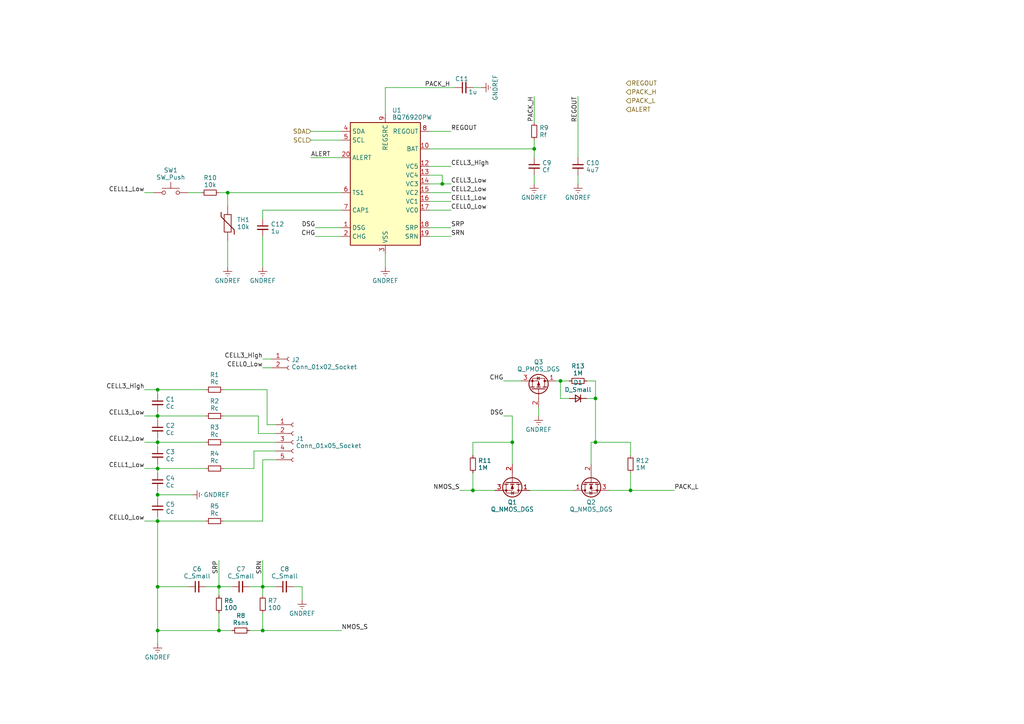
<source format=kicad_sch>
(kicad_sch (version 20230121) (generator eeschema)
  (paper "A4")
  (lib_symbols
    (symbol "Battery_Management:BQ76920PW"
      (property "Reference" "U" (at -10.16 19.05 0))
      (property "Value" "BQ76920PW" (at 12.7 19.05 0))
      (symbol "BQ76920PW_0_1"
        (rectangle (start -10.16 17.78) (end 10.16 -17.78) (stroke (width 0.254)) (fill (type background)))
      )
      (symbol "BQ76920PW_1_0"
        (pin input line (at 12.7 10.16 180) (length 2.54) (name "BAT") (number "10"))
        (pin no_connect line (at -2.54 -17.78 90) (length 2.54) hide (name "NC") (number "11"))
        (pin input line (at 12.7 5.08 180) (length 2.54) (name "VC5") (number "12"))
        (pin input line (at 12.7 2.54 180) (length 2.54) (name "VC4") (number "13"))
        (pin input line (at 12.7 0 180) (length 2.54) (name "VC3") (number "14"))
        (pin input line (at 12.7 -2.54 180) (length 2.54) (name "VC2") (number "15"))
        (pin input line (at 12.7 -5.08 180) (length 2.54) (name "VC1") (number "16"))
        (pin input line (at 12.7 -7.62 180) (length 2.54) (name "VC0") (number "17"))
        (pin input line (at 12.7 -12.7 180) (length 2.54) (name "SRP") (number "18"))
        (pin input line (at 12.7 -15.24 180) (length 2.54) (name "SRN") (number "19"))
        (pin bidirectional line (at -12.7 7.62 0) (length 2.54) (name "ALERT") (number "20"))
        (pin passive line (at -12.7 -2.54 0) (length 2.54) (name "TS1") (number "6"))
        (pin passive line (at -12.7 -7.62 0) (length 2.54) (name "CAP1") (number "7"))
        (pin power_out line (at 12.7 15.24 180) (length 2.54) (name "REGOUT") (number "8"))
        (pin power_in line (at 0 20.32 270) (length 2.54) (name "REGSRC") (number "9"))
      )
      (symbol "BQ76920PW_1_1"
        (pin output line (at -12.7 -12.7 0) (length 2.54) (name "DSG") (number "1"))
        (pin output line (at -12.7 -15.24 0) (length 2.54) (name "CHG") (number "2"))
        (pin power_in line (at 0 -20.32 90) (length 2.54) (name "VSS") (number "3"))
        (pin bidirectional line (at -12.7 15.24 0) (length 2.54) (name "SDA") (number "4"))
        (pin input line (at -12.7 12.7 0) (length 2.54) (name "SCL") (number "5"))
      )
    )
    (symbol "Connector:Conn_01x02_Socket" (pin_names (offset 1.016) hide)
      (property "Reference" "J" (at 0 2.54 0))
      (property "Value" "Conn_01x02_Socket" (at 0 -5.08 0))
      (symbol "Conn_01x02_Socket_1_1"
        (arc (start 0 -2.032) (mid -0.5058 -2.54) (end 0 -3.048) (stroke (width 0.1524)))
        (polyline (pts (xy -1.27 -2.54) (xy -0.508 -2.54)) (stroke (width 0.1524)))
        (polyline (pts (xy -1.27 0) (xy -0.508 0)) (stroke (width 0.1524)))
        (arc (start 0 0.508) (mid -0.5058 0) (end 0 -0.508) (stroke (width 0.1524)))
        (pin passive line (at -5.08 0 0) (length 3.81) (name "Pin_1") (number "1"))
        (pin passive line (at -5.08 -2.54 0) (length 3.81) (name "Pin_2") (number "2"))
      )
    )
    (symbol "Connector:Conn_01x05_Socket" (pin_names (offset 1.016) hide)
      (property "Reference" "J" (at 0 7.62 0))
      (property "Value" "Conn_01x05_Socket" (at 0 -7.62 0))
      (symbol "Conn_01x05_Socket_1_1"
        (arc (start 0 -4.572) (mid -0.5058 -5.08) (end 0 -5.588) (stroke (width 0.1524)))
        (arc (start 0 -2.032) (mid -0.5058 -2.54) (end 0 -3.048) (stroke (width 0.1524)))
        (polyline (pts (xy -1.27 -5.08) (xy -0.508 -5.08)) (stroke (width 0.1524)))
        (polyline (pts (xy -1.27 -2.54) (xy -0.508 -2.54)) (stroke (width 0.1524)))
        (polyline (pts (xy -1.27 0) (xy -0.508 0)) (stroke (width 0.1524)))
        (polyline (pts (xy -1.27 2.54) (xy -0.508 2.54)) (stroke (width 0.1524)))
        (polyline (pts (xy -1.27 5.08) (xy -0.508 5.08)) (stroke (width 0.1524)))
        (arc (start 0 0.508) (mid -0.5058 0) (end 0 -0.508) (stroke (width 0.1524)))
        (arc (start 0 3.048) (mid -0.5058 2.54) (end 0 2.032) (stroke (width 0.1524)))
        (arc (start 0 5.588) (mid -0.5058 5.08) (end 0 4.572) (stroke (width 0.1524)))
        (pin passive line (at -5.08 5.08 0) (length 3.81) (name "Pin_1") (number "1"))
        (pin passive line (at -5.08 2.54 0) (length 3.81) (name "Pin_2") (number "2"))
        (pin passive line (at -5.08 0 0) (length 3.81) (name "Pin_3") (number "3"))
        (pin passive line (at -5.08 -2.54 0) (length 3.81) (name "Pin_4") (number "4"))
        (pin passive line (at -5.08 -5.08 0) (length 3.81) (name "Pin_5") (number "5"))
      )
    )
    (symbol "Device:C_Small" (pin_numbers hide) (pin_names (offset 0.254) hide)
      (property "Reference" "C" (at 0.254 1.778 0))
      (property "Value" "C_Small" (at 0.254 -2.032 0))
      (symbol "C_Small_0_1"
        (polyline (pts (xy -1.524 -0.508) (xy 1.524 -0.508)) (stroke (width 0.3302)))
        (polyline (pts (xy -1.524 0.508) (xy 1.524 0.508)) (stroke (width 0.3048)))
      )
      (symbol "C_Small_1_1"
        (pin passive line (at 0 2.54 270) (length 2.032) (name "~") (number "1"))
        (pin passive line (at 0 -2.54 90) (length 2.032) (name "~") (number "2"))
      )
    )
    (symbol "Device:D_Small" (pin_numbers hide) (pin_names (offset 0.254) hide)
      (property "Reference" "D" (at -1.27 2.032 0))
      (property "Value" "D_Small" (at -3.81 -2.032 0))
      (symbol "D_Small_0_1"
        (polyline (pts (xy -0.762 -1.016) (xy -0.762 1.016)) (stroke (width 0.254)))
        (polyline (pts (xy -0.762 0) (xy 0.762 0)))
        (polyline (pts (xy 0.762 -1.016) (xy -0.762 0) (xy 0.762 1.016) (xy 0.762 -1.016)) (stroke (width 0.254)))
      )
      (symbol "D_Small_1_1"
        (pin passive line (at -2.54 0 0) (length 1.778) (name "K") (number "1"))
        (pin passive line (at 2.54 0 180) (length 1.778) (name "A") (number "2"))
      )
    )
    (symbol "Device:Q_NMOS_DGS" (pin_names (offset 0) hide)
      (property "Reference" "Q" (at 5.08 1.27 0))
      (property "Value" "Q_NMOS_DGS" (at 5.08 -1.27 0))
      (symbol "Q_NMOS_DGS_0_1"
        (polyline (pts (xy 0.254 0) (xy -2.54 0)))
        (polyline (pts (xy 0.254 1.905) (xy 0.254 -1.905)) (stroke (width 0.254)))
        (polyline (pts (xy 0.762 -1.27) (xy 0.762 -2.286)) (stroke (width 0.254)))
        (polyline (pts (xy 0.762 0.508) (xy 0.762 -0.508)) (stroke (width 0.254)))
        (polyline (pts (xy 0.762 2.286) (xy 0.762 1.27)) (stroke (width 0.254)))
        (polyline (pts (xy 2.54 2.54) (xy 2.54 1.778)))
        (polyline (pts (xy 2.54 -2.54) (xy 2.54 0) (xy 0.762 0)))
        (polyline (pts (xy 0.762 -1.778) (xy 3.302 -1.778) (xy 3.302 1.778) (xy 0.762 1.778)))
        (polyline (pts (xy 1.016 0) (xy 2.032 0.381) (xy 2.032 -0.381) (xy 1.016 0)) (fill (type outline)))
        (polyline (pts (xy 2.794 0.508) (xy 2.921 0.381) (xy 3.683 0.381) (xy 3.81 0.254)))
        (polyline (pts (xy 3.302 0.381) (xy 2.921 -0.254) (xy 3.683 -0.254) (xy 3.302 0.381)))
        (circle (center 1.651 0) (radius 2.794) (stroke (width 0.254)))
        (circle (center 2.54 -1.778) (radius 0.254) (fill (type outline)))
        (circle (center 2.54 1.778) (radius 0.254) (fill (type outline)))
      )
      (symbol "Q_NMOS_DGS_1_1"
        (pin passive line (at 2.54 5.08 270) (length 2.54) (name "D") (number "1"))
        (pin input line (at -5.08 0 0) (length 2.54) (name "G") (number "2"))
        (pin passive line (at 2.54 -5.08 90) (length 2.54) (name "S") (number "3"))
      )
    )
    (symbol "Device:Q_PMOS_DGS" (pin_names (offset 0) hide)
      (property "Reference" "Q" (at 5.08 1.27 0))
      (property "Value" "Q_PMOS_DGS" (at 5.08 -1.27 0))
      (symbol "Q_PMOS_DGS_0_1"
        (polyline (pts (xy 0.254 0) (xy -2.54 0)))
        (polyline (pts (xy 0.254 1.905) (xy 0.254 -1.905)) (stroke (width 0.254)))
        (polyline (pts (xy 0.762 -1.27) (xy 0.762 -2.286)) (stroke (width 0.254)))
        (polyline (pts (xy 0.762 0.508) (xy 0.762 -0.508)) (stroke (width 0.254)))
        (polyline (pts (xy 0.762 2.286) (xy 0.762 1.27)) (stroke (width 0.254)))
        (polyline (pts (xy 2.54 2.54) (xy 2.54 1.778)))
        (polyline (pts (xy 2.54 -2.54) (xy 2.54 0) (xy 0.762 0)))
        (polyline (pts (xy 0.762 1.778) (xy 3.302 1.778) (xy 3.302 -1.778) (xy 0.762 -1.778)))
        (polyline (pts (xy 2.286 0) (xy 1.27 0.381) (xy 1.27 -0.381) (xy 2.286 0)) (fill (type outline)))
        (polyline (pts (xy 2.794 -0.508) (xy 2.921 -0.381) (xy 3.683 -0.381) (xy 3.81 -0.254)))
        (polyline (pts (xy 3.302 -0.381) (xy 2.921 0.254) (xy 3.683 0.254) (xy 3.302 -0.381)))
        (circle (center 1.651 0) (radius 2.794) (stroke (width 0.254)))
        (circle (center 2.54 -1.778) (radius 0.254) (fill (type outline)))
        (circle (center 2.54 1.778) (radius 0.254) (fill (type outline)))
      )
      (symbol "Q_PMOS_DGS_1_1"
        (pin passive line (at 2.54 5.08 270) (length 2.54) (name "D") (number "1"))
        (pin input line (at -5.08 0 0) (length 2.54) (name "G") (number "2"))
        (pin passive line (at 2.54 -5.08 90) (length 2.54) (name "S") (number "3"))
      )
    )
    (symbol "Device:R_Small" (pin_numbers hide) (pin_names (offset 0.254) hide)
      (property "Reference" "R" (at 0.762 0.508 0))
      (property "Value" "R_Small" (at 0.762 -1.016 0))
      (symbol "R_Small_0_1"
        (rectangle (start -0.762 1.778) (end 0.762 -1.778) (stroke (width 0.2032)))
      )
      (symbol "R_Small_1_1"
        (pin passive line (at 0 2.54 270) (length 0.762) (name "~") (number "1"))
        (pin passive line (at 0 -2.54 90) (length 0.762) (name "~") (number "2"))
      )
    )
    (symbol "Device:Thermistor" (pin_numbers hide) (pin_names (offset 0))
      (property "Reference" "TH" (at 2.54 1.27 90))
      (property "Value" "Thermistor" (at -2.54 0 90))
      (symbol "Thermistor_0_1"
        (rectangle (start -1.016 2.54) (end 1.016 -2.54) (stroke (width 0.2032)))
        (polyline (pts (xy -1.905 3.175) (xy -1.905 1.905) (xy 1.905 -1.905) (xy 1.905 -3.175) (xy 1.905 -3.175)) (stroke (width 0.254)))
      )
      (symbol "Thermistor_1_1"
        (pin passive line (at 0 5.08 270) (length 2.54) (name "~") (number "1"))
        (pin passive line (at 0 -5.08 90) (length 2.54) (name "~") (number "2"))
      )
    )
    (symbol "Switch:SW_Push" (pin_numbers hide) (pin_names (offset 1.016) hide)
      (property "Reference" "SW" (at 1.27 2.54 0))
      (property "Value" "SW_Push" (at 0 -1.524 0))
      (symbol "SW_Push_0_1"
        (circle (center -2.032 0) (radius 0.508))
        (polyline (pts (xy 0 1.27) (xy 0 3.048)))
        (polyline (pts (xy 2.54 1.27) (xy -2.54 1.27)))
        (circle (center 2.032 0) (radius 0.508))
        (pin passive line (at -5.08 0 0) (length 2.54) (name "1") (number "1"))
        (pin passive line (at 5.08 0 180) (length 2.54) (name "2") (number "2"))
      )
    )
    (symbol "power:GNDREF" (power) (pin_names (offset 0))
      (property "Value" "GNDREF" (at 0 -3.81 0))
      (symbol "GNDREF_0_1"
        (polyline (pts (xy -0.635 -1.905) (xy 0.635 -1.905)))
        (polyline (pts (xy -0.127 -2.54) (xy 0.127 -2.54)))
        (polyline (pts (xy 0 -1.27) (xy 0 0)))
        (polyline (pts (xy 1.27 -1.27) (xy -1.27 -1.27)))
      )
      (symbol "GNDREF_1_1"
        (pin power_in line (at 0 0 270) (length 0) hide (name "GNDREF") (number "1"))
      )
    )
  )
  (junction (at 154.94 43.18))
  (junction (at 45.72 120.65))
  (junction (at 45.72 135.89))
  (junction (at 76.2 170.18))
  (junction (at 172.72 115.57))
  (junction (at 45.72 170.18))
  (junction (at 45.72 182.88))
  (junction (at 162.56 110.49))
  (junction (at 45.72 151.13))
  (junction (at 128.27 53.34))
  (junction (at 148.59 128.27))
  (junction (at 63.5 182.88))
  (junction (at 66.04 55.88))
  (junction (at 137.16 142.24))
  (junction (at 45.72 143.51))
  (junction (at 45.72 113.03))
  (junction (at 63.5 170.18))
  (junction (at 76.2 182.88))
  (junction (at 172.72 128.27))
  (junction (at 45.72 128.27))
  (junction (at 182.88 142.24))
  (wire (pts (xy 45.72 128.27) (xy 59.69 128.27)))
  (wire (pts (xy 64.77 128.27) (xy 80.01 128.27)))
  (wire (pts (xy 66.04 55.88) (xy 66.04 59.69)))
  (wire (pts (xy 64.77 120.65) (xy 74.93 120.65)))
  (wire (pts (xy 124.46 60.96) (xy 130.81 60.96)))
  (wire (pts (xy 167.64 50.8) (xy 167.64 53.34)))
  (wire (pts (xy 63.5 55.88) (xy 66.04 55.88)))
  (wire (pts (xy 54.61 55.88) (xy 58.42 55.88)))
  (wire (pts (xy 41.91 113.03) (xy 45.72 113.03)))
  (wire (pts (xy 76.2 162.56) (xy 76.2 170.18)))
  (wire (pts (xy 45.72 170.18) (xy 54.61 170.18)))
  (wire (pts (xy 76.2 170.18) (xy 80.01 170.18)))
  (wire (pts (xy 77.47 113.03) (xy 77.47 123.19)))
  (wire (pts (xy 85.09 170.18) (xy 87.63 170.18)))
  (wire (pts (xy 172.72 128.27) (xy 182.88 128.27)))
  (wire (pts (xy 124.46 38.1) (xy 130.81 38.1)))
  (wire (pts (xy 73.66 130.81) (xy 80.01 130.81)))
  (wire (pts (xy 41.91 151.13) (xy 45.72 151.13)))
  (wire (pts (xy 111.76 73.66) (xy 111.76 77.47)))
  (wire (pts (xy 76.2 182.88) (xy 99.06 182.88)))
  (wire (pts (xy 45.72 149.86) (xy 45.72 151.13)))
  (wire (pts (xy 124.46 50.8) (xy 128.27 50.8)))
  (wire (pts (xy 161.29 110.49) (xy 162.56 110.49)))
  (wire (pts (xy 45.72 143.51) (xy 55.88 143.51)))
  (wire (pts (xy 76.2 151.13) (xy 76.2 133.35)))
  (wire (pts (xy 45.72 151.13) (xy 45.72 170.18)))
  (wire (pts (xy 63.5 177.8) (xy 63.5 182.88)))
  (wire (pts (xy 87.63 170.18) (xy 87.63 173.99)))
  (wire (pts (xy 45.72 119.38) (xy 45.72 120.65)))
  (wire (pts (xy 45.72 135.89) (xy 59.69 135.89)))
  (wire (pts (xy 41.91 128.27) (xy 45.72 128.27)))
  (wire (pts (xy 111.76 25.4) (xy 132.08 25.4)))
  (wire (pts (xy 170.18 115.57) (xy 172.72 115.57)))
  (wire (pts (xy 153.67 142.24) (xy 166.37 142.24)))
  (wire (pts (xy 72.39 182.88) (xy 76.2 182.88)))
  (wire (pts (xy 154.94 40.64) (xy 154.94 43.18)))
  (wire (pts (xy 154.94 27.94) (xy 154.94 35.56)))
  (wire (pts (xy 41.91 55.88) (xy 44.45 55.88)))
  (wire (pts (xy 74.93 120.65) (xy 74.93 125.73)))
  (wire (pts (xy 172.72 115.57) (xy 172.72 128.27)))
  (wire (pts (xy 90.17 45.72) (xy 99.06 45.72)))
  (wire (pts (xy 76.2 106.68) (xy 78.74 106.68)))
  (wire (pts (xy 171.45 134.62) (xy 171.45 128.27)))
  (wire (pts (xy 76.2 170.18) (xy 76.2 172.72)))
  (wire (pts (xy 45.72 135.89) (xy 45.72 137.16)))
  (wire (pts (xy 137.16 137.16) (xy 137.16 142.24)))
  (wire (pts (xy 111.76 33.02) (xy 111.76 25.4)))
  (wire (pts (xy 45.72 182.88) (xy 63.5 182.88)))
  (wire (pts (xy 64.77 113.03) (xy 77.47 113.03)))
  (wire (pts (xy 63.5 170.18) (xy 63.5 172.72)))
  (wire (pts (xy 64.77 135.89) (xy 73.66 135.89)))
  (wire (pts (xy 72.39 170.18) (xy 76.2 170.18)))
  (wire (pts (xy 41.91 120.65) (xy 45.72 120.65)))
  (wire (pts (xy 59.69 170.18) (xy 63.5 170.18)))
  (wire (pts (xy 154.94 43.18) (xy 154.94 45.72)))
  (wire (pts (xy 167.64 27.94) (xy 167.64 45.72)))
  (wire (pts (xy 124.46 53.34) (xy 128.27 53.34)))
  (wire (pts (xy 66.04 55.88) (xy 99.06 55.88)))
  (wire (pts (xy 90.17 40.64) (xy 99.06 40.64)))
  (wire (pts (xy 59.69 151.13) (xy 45.72 151.13)))
  (wire (pts (xy 91.44 66.04) (xy 99.06 66.04)))
  (wire (pts (xy 170.18 110.49) (xy 172.72 110.49)))
  (wire (pts (xy 124.46 55.88) (xy 130.81 55.88)))
  (wire (pts (xy 45.72 120.65) (xy 45.72 121.92)))
  (wire (pts (xy 63.5 162.56) (xy 63.5 170.18)))
  (wire (pts (xy 146.05 110.49) (xy 151.13 110.49)))
  (wire (pts (xy 148.59 128.27) (xy 148.59 134.62)))
  (wire (pts (xy 45.72 128.27) (xy 45.72 129.54)))
  (wire (pts (xy 90.17 38.1) (xy 99.06 38.1)))
  (wire (pts (xy 76.2 60.96) (xy 99.06 60.96)))
  (wire (pts (xy 45.72 113.03) (xy 59.69 113.03)))
  (wire (pts (xy 124.46 66.04) (xy 130.81 66.04)))
  (wire (pts (xy 137.16 25.4) (xy 139.7 25.4)))
  (wire (pts (xy 45.72 134.62) (xy 45.72 135.89)))
  (wire (pts (xy 137.16 128.27) (xy 148.59 128.27)))
  (wire (pts (xy 77.47 123.19) (xy 80.01 123.19)))
  (wire (pts (xy 64.77 151.13) (xy 76.2 151.13)))
  (wire (pts (xy 63.5 182.88) (xy 67.31 182.88)))
  (wire (pts (xy 91.44 68.58) (xy 99.06 68.58)))
  (wire (pts (xy 182.88 142.24) (xy 195.58 142.24)))
  (wire (pts (xy 124.46 43.18) (xy 154.94 43.18)))
  (wire (pts (xy 162.56 110.49) (xy 165.1 110.49)))
  (wire (pts (xy 76.2 104.14) (xy 78.74 104.14)))
  (wire (pts (xy 156.21 118.11) (xy 156.21 120.65)))
  (wire (pts (xy 172.72 110.49) (xy 172.72 115.57)))
  (wire (pts (xy 124.46 48.26) (xy 130.81 48.26)))
  (wire (pts (xy 66.04 69.85) (xy 66.04 77.47)))
  (wire (pts (xy 76.2 68.58) (xy 76.2 77.47)))
  (wire (pts (xy 73.66 135.89) (xy 73.66 130.81)))
  (wire (pts (xy 45.72 143.51) (xy 45.72 144.78)))
  (wire (pts (xy 63.5 170.18) (xy 67.31 170.18)))
  (wire (pts (xy 128.27 50.8) (xy 128.27 53.34)))
  (wire (pts (xy 45.72 182.88) (xy 45.72 186.69)))
  (wire (pts (xy 45.72 170.18) (xy 45.72 182.88)))
  (wire (pts (xy 76.2 177.8) (xy 76.2 182.88)))
  (wire (pts (xy 154.94 50.8) (xy 154.94 53.34)))
  (wire (pts (xy 124.46 58.42) (xy 130.81 58.42)))
  (wire (pts (xy 176.53 142.24) (xy 182.88 142.24)))
  (wire (pts (xy 182.88 137.16) (xy 182.88 142.24)))
  (wire (pts (xy 133.35 142.24) (xy 137.16 142.24)))
  (wire (pts (xy 45.72 142.24) (xy 45.72 143.51)))
  (wire (pts (xy 182.88 128.27) (xy 182.88 132.08)))
  (wire (pts (xy 45.72 113.03) (xy 45.72 114.3)))
  (wire (pts (xy 45.72 127) (xy 45.72 128.27)))
  (wire (pts (xy 148.59 120.65) (xy 148.59 128.27)))
  (wire (pts (xy 137.16 142.24) (xy 143.51 142.24)))
  (wire (pts (xy 162.56 110.49) (xy 162.56 115.57)))
  (wire (pts (xy 146.05 120.65) (xy 148.59 120.65)))
  (wire (pts (xy 76.2 63.5) (xy 76.2 60.96)))
  (wire (pts (xy 124.46 68.58) (xy 130.81 68.58)))
  (wire (pts (xy 76.2 133.35) (xy 80.01 133.35)))
  (wire (pts (xy 74.93 125.73) (xy 80.01 125.73)))
  (wire (pts (xy 41.91 135.89) (xy 45.72 135.89)))
  (wire (pts (xy 137.16 132.08) (xy 137.16 128.27)))
  (wire (pts (xy 59.69 120.65) (xy 45.72 120.65)))
  (wire (pts (xy 165.1 115.57) (xy 162.56 115.57)))
  (wire (pts (xy 128.27 53.34) (xy 130.81 53.34)))
  (wire (pts (xy 171.45 128.27) (xy 172.72 128.27)))
  (label "PACK_H" (at 123.19 25.4 0))
  (label "SRP" (at 130.81 66.04 0))
  (label "CELL0_Low" (at 76.2 106.68 180))
  (label "CELL0_Low" (at 41.91 151.13 180))
  (label "CELL3_High" (at 130.81 48.26 0))
  (label "CELL1_Low" (at 41.91 55.88 180))
  (label "REGOUT" (at 130.81 38.1 0))
  (label "CELL1_Low" (at 41.91 135.89 180))
  (label "CELL3_Low" (at 130.81 53.34 0))
  (label "CELL2_Low" (at 130.81 55.88 0))
  (label "CELL2_Low" (at 41.91 128.27 180))
  (label "CELL3_Low" (at 41.91 120.65 180))
  (label "CELL3_High" (at 76.2 104.14 180))
  (label "SRP" (at 63.5 162.56 270))
  (label "NMOS_S" (at 99.06 182.88 0))
  (label "PACK_H" (at 154.94 27.94 270))
  (label "REGOUT" (at 167.64 27.94 270))
  (label "ALERT" (at 90.17 45.72 0))
  (label "CELL3_High" (at 41.91 113.03 180))
  (label "PACK_L" (at 195.58 142.24 0))
  (label "CHG" (at 146.05 110.49 180))
  (label "CHG" (at 91.44 68.58 180))
  (label "NMOS_S" (at 133.35 142.24 180))
  (label "DSG" (at 91.44 66.04 180))
  (label "DSG" (at 146.05 120.65 180))
  (label "CELL0_Low" (at 130.81 60.96 0))
  (label "SRN" (at 130.81 68.58 0))
  (label "CELL1_Low" (at 130.81 58.42 0))
  (label "SRN" (at 76.2 162.56 270))
  (hierarchical_label "SDA" (shape input) (at 90.17 38.1 180))
  (hierarchical_label "PACK_L" (shape input) (at 181.61 29.21 0))
  (hierarchical_label "REGOUT" (shape input) (at 181.61 24.13 0))
  (hierarchical_label "SCL" (shape input) (at 90.17 40.64 180))
  (hierarchical_label "ALERT" (shape input) (at 181.61 31.75 0))
  (hierarchical_label "PACK_H" (shape input) (at 181.61 26.67 0))
  (symbol (lib_id "Device:Thermistor") (at 66.04 64.77 0) (unit 1)
    (property "Reference" "TH1" (at 68.707 63.746 0) (effects (justify left)))
    (property "Value" "10k" (at 68.707 65.794 0) (effects (justify left)))
  )
  (symbol (lib_id "power:GNDREF") (at 76.2 77.47 0) (unit 1)
    (property "Reference" "#PWR09" (effects hide))
    (property "Value" "GNDREF" (at 76.2 81.415 0))
  )
  (symbol (lib_id "power:GNDREF") (at 66.04 77.47 0) (unit 1)
    (property "Reference" "#PWR08" (effects hide))
    (property "Value" "GNDREF" (at 66.04 81.415 0))
  )
  (symbol (lib_id "Switch:SW_Push") (at 49.53 55.88 0) (unit 1)
    (property "Reference" "SW1" (at 49.53 49.379 0))
    (property "Value" "SW_Push" (at 49.53 51.427 0))
  )
  (symbol (lib_id "power:GNDREF") (at 111.76 77.47 0) (unit 1)
    (property "Reference" "#PWR02" (effects hide))
    (property "Value" "GNDREF" (at 111.76 81.415 0))
  )
  (symbol (lib_id "Device:R_Small") (at 76.2 175.26 0) (unit 1)
    (property "Reference" "R7" (at 77.6986 174.236 0) (effects (justify left)))
    (property "Value" "100" (at 77.6986 176.284 0) (effects (justify left)))
  )
  (symbol (lib_id "Device:Q_NMOS_DGS") (at 171.45 139.7 90) (mirror x) (unit 1)
    (property "Reference" "Q2" (at 171.45 145.677 90))
    (property "Value" "Q_NMOS_DGS" (at 171.45 147.725 90))
  )
  (symbol (lib_id "Device:R_Small") (at 154.94 38.1 0) (unit 1)
    (property "Reference" "R9" (at 156.4386 37.076 0) (effects (justify left)))
    (property "Value" "Rf" (at 156.4386 39.124 0) (effects (justify left)))
  )
  (symbol (lib_id "Device:C_Small") (at 45.72 116.84 0) (unit 1)
    (property "Reference" "C1" (at 48.0441 115.8223 0) (effects (justify left)))
    (property "Value" "Cc" (at 48.0441 117.8703 0) (effects (justify left)))
  )
  (symbol (lib_id "Device:C_Small") (at 57.15 170.18 90) (unit 1)
    (property "Reference" "C6" (at 57.1563 165.0379 90))
    (property "Value" "C_Small" (at 57.1563 167.0859 90))
  )
  (symbol (lib_id "power:GNDREF") (at 156.21 120.65 0) (unit 1)
    (property "Reference" "#PWR010" (effects hide))
    (property "Value" "GNDREF" (at 156.21 124.595 0))
  )
  (symbol (lib_id "Device:R_Small") (at 62.23 151.13 90) (unit 1)
    (property "Reference" "R5" (at 62.23 146.8134 90))
    (property "Value" "Rc" (at 62.23 148.8614 90))
  )
  (symbol (lib_id "Connector:Conn_01x05_Socket") (at 85.09 128.27 0) (unit 1)
    (property "Reference" "J1" (at 85.8012 127.246 0) (effects (justify left)))
    (property "Value" "Conn_01x05_Socket" (at 85.8012 129.294 0) (effects (justify left)))
  )
  (symbol (lib_id "Device:C_Small") (at 69.85 170.18 90) (unit 1)
    (property "Reference" "C7" (at 69.8563 165.0379 90))
    (property "Value" "C_Small" (at 69.8563 167.0859 90))
  )
  (symbol (lib_id "Device:C_Small") (at 45.72 132.08 0) (unit 1)
    (property "Reference" "C3" (at 48.0441 131.0623 0) (effects (justify left)))
    (property "Value" "Cc" (at 48.0441 133.1103 0) (effects (justify left)))
  )
  (symbol (lib_id "Device:C_Small") (at 82.55 170.18 90) (unit 1)
    (property "Reference" "C8" (at 82.5563 165.0379 90))
    (property "Value" "C_Small" (at 82.5563 167.0859 90))
  )
  (symbol (lib_id "Device:C_Small") (at 45.72 139.7 0) (unit 1)
    (property "Reference" "C4" (at 48.0441 138.6823 0) (effects (justify left)))
    (property "Value" "Cc" (at 48.0441 140.7303 0) (effects (justify left)))
  )
  (symbol (lib_id "Device:C_Small") (at 154.94 48.26 0) (unit 1)
    (property "Reference" "C9" (at 157.2641 47.2423 0) (effects (justify left)))
    (property "Value" "Cf" (at 157.2641 49.2903 0) (effects (justify left)))
  )
  (symbol (lib_id "Device:C_Small") (at 76.2 66.04 0) (unit 1)
    (property "Reference" "C12" (at 78.5241 65.0223 0) (effects (justify left)))
    (property "Value" "1u" (at 78.5241 67.0703 0) (effects (justify left)))
  )
  (symbol (lib_id "Battery_Management:BQ76920PW") (at 111.76 53.34 0) (unit 1)
    (property "Reference" "U1" (at 113.7159 31.98 0) (effects (justify left)))
    (property "Value" "BQ76920PW" (at 113.7159 34.028 0) (effects (justify left)))
    (property "Footprint" "Package_SO:TSSOP-20_4.4x6.5mm_P0.65mm" (effects hide))
    (property "Datasheet" "http://www.ti.com/lit/ds/symlink/bq76920.pdf" (effects hide))
  )
  (symbol (lib_id "Device:R_Small") (at 182.88 134.62 0) (unit 1)
    (property "Reference" "R12" (at 184.3786 133.596 0) (effects (justify left)))
    (property "Value" "1M" (at 184.3786 135.644 0) (effects (justify left)))
  )
  (symbol (lib_id "Device:R_Small") (at 62.23 128.27 90) (unit 1)
    (property "Reference" "R3" (at 62.23 123.9534 90))
    (property "Value" "Rc" (at 62.23 126.0014 90))
  )
  (symbol (lib_id "Device:C_Small") (at 45.72 124.46 0) (unit 1)
    (property "Reference" "C2" (at 48.0441 123.4423 0) (effects (justify left)))
    (property "Value" "Cc" (at 48.0441 125.4903 0) (effects (justify left)))
  )
  (symbol (lib_id "power:GNDREF") (at 139.7 25.4 90) (unit 1)
    (property "Reference" "#PWR07" (effects hide))
    (property "Value" "GNDREF" (at 143.645 25.4 0))
  )
  (symbol (lib_id "Device:Q_PMOS_DGS") (at 156.21 113.03 270) (mirror x) (unit 1)
    (property "Reference" "Q3" (at 156.21 105.005 90))
    (property "Value" "Q_PMOS_DGS" (at 156.21 107.053 90))
  )
  (symbol (lib_id "power:GNDREF") (at 154.94 53.34 0) (unit 1)
    (property "Reference" "#PWR05" (effects hide))
    (property "Value" "GNDREF" (at 154.94 57.285 0))
  )
  (symbol (lib_id "Device:R_Small") (at 63.5 175.26 0) (unit 1)
    (property "Reference" "R6" (at 64.9986 174.236 0) (effects (justify left)))
    (property "Value" "100" (at 64.9986 176.284 0) (effects (justify left)))
  )
  (symbol (lib_id "Device:R_Small") (at 167.64 110.49 90) (unit 1)
    (property "Reference" "R13" (at 167.64 106.1734 90))
    (property "Value" "1M" (at 167.64 108.2214 90))
  )
  (symbol (lib_id "Device:R_Small") (at 62.23 120.65 90) (unit 1)
    (property "Reference" "R2" (at 62.23 116.3334 90))
    (property "Value" "Rc" (at 62.23 118.3814 90))
  )
  (symbol (lib_id "Device:D_Small") (at 167.64 115.57 180) (unit 1)
    (property "Reference" "D1" (at 167.64 110.974 0))
    (property "Value" "D_Small" (at 167.64 113.022 0))
    (property "Sim.Device" "D" (effects hide))
    (property "Sim.Pins" "1=K 2=A" (effects hide))
  )
  (symbol (lib_id "power:GNDREF") (at 87.63 173.99 0) (unit 1)
    (property "Reference" "#PWR04" (effects hide))
    (property "Value" "GNDREF" (at 87.63 177.935 0))
  )
  (symbol (lib_id "power:GNDREF") (at 167.64 53.34 0) (unit 1)
    (property "Reference" "#PWR06" (effects hide))
    (property "Value" "GNDREF" (at 167.64 57.285 0))
  )
  (symbol (lib_id "Device:R_Small") (at 69.85 182.88 90) (unit 1)
    (property "Reference" "R8" (at 69.85 178.5634 90))
    (property "Value" "Rsns" (at 69.85 180.6114 90))
  )
  (symbol (lib_id "power:GNDREF") (at 55.88 143.51 90) (unit 1)
    (property "Reference" "#PWR01" (effects hide))
    (property "Value" "GNDREF" (at 59.055 143.51 90) (effects (justify right)))
  )
  (symbol (lib_id "Device:R_Small") (at 62.23 135.89 90) (unit 1)
    (property "Reference" "R4" (at 62.23 131.5734 90))
    (property "Value" "Rc" (at 62.23 133.6214 90))
  )
  (symbol (lib_id "Device:R_Small") (at 137.16 134.62 0) (unit 1)
    (property "Reference" "R11" (at 138.6586 133.596 0) (effects (justify left)))
    (property "Value" "1M" (at 138.6586 135.644 0) (effects (justify left)))
  )
  (symbol (lib_id "power:GNDREF") (at 45.72 186.69 0) (unit 1)
    (property "Reference" "#PWR03" (effects hide))
    (property "Value" "GNDREF" (at 45.72 190.635 0))
  )
  (symbol (lib_id "Device:R_Small") (at 60.96 55.88 90) (unit 1)
    (property "Reference" "R10" (at 60.96 51.5634 90))
    (property "Value" "10k" (at 60.96 53.6114 90))
  )
  (symbol (lib_id "Connector:Conn_01x02_Socket") (at 83.82 104.14 0) (unit 1)
    (property "Reference" "J2" (at 84.5312 104.386 0) (effects (justify left)))
    (property "Value" "Conn_01x02_Socket" (at 84.5312 106.434 0) (effects (justify left)))
  )
  (symbol (lib_id "Device:Q_NMOS_DGS") (at 148.59 139.7 270) (unit 1)
    (property "Reference" "Q1" (at 148.59 145.677 90))
    (property "Value" "Q_NMOS_DGS" (at 148.59 147.725 90))
  )
  (symbol (lib_id "Device:C_Small") (at 167.64 48.26 0) (unit 1)
    (property "Reference" "C10" (at 169.9641 47.2423 0) (effects (justify left)))
    (property "Value" "4u7" (at 169.9641 49.2903 0) (effects (justify left)))
  )
  (symbol (lib_id "Device:C_Small") (at 45.72 147.32 0) (unit 1)
    (property "Reference" "C5" (at 48.0441 146.3023 0) (effects (justify left)))
    (property "Value" "Cc" (at 48.0441 148.3503 0) (effects (justify left)))
  )
  (symbol (lib_id "Device:R_Small") (at 62.23 113.03 90) (unit 1)
    (property "Reference" "R1" (at 62.23 108.7134 90))
    (property "Value" "Rc" (at 62.23 110.7614 90))
  )
  (symbol (lib_id "Device:C_Small") (at 134.62 25.4 90) (unit 1)
    (property "Reference" "C11" (at 135.89 22.86 90) (effects (justify left)))
    (property "Value" "1u" (at 138.43 26.67 90) (effects (justify left)))
  )
)
</source>
